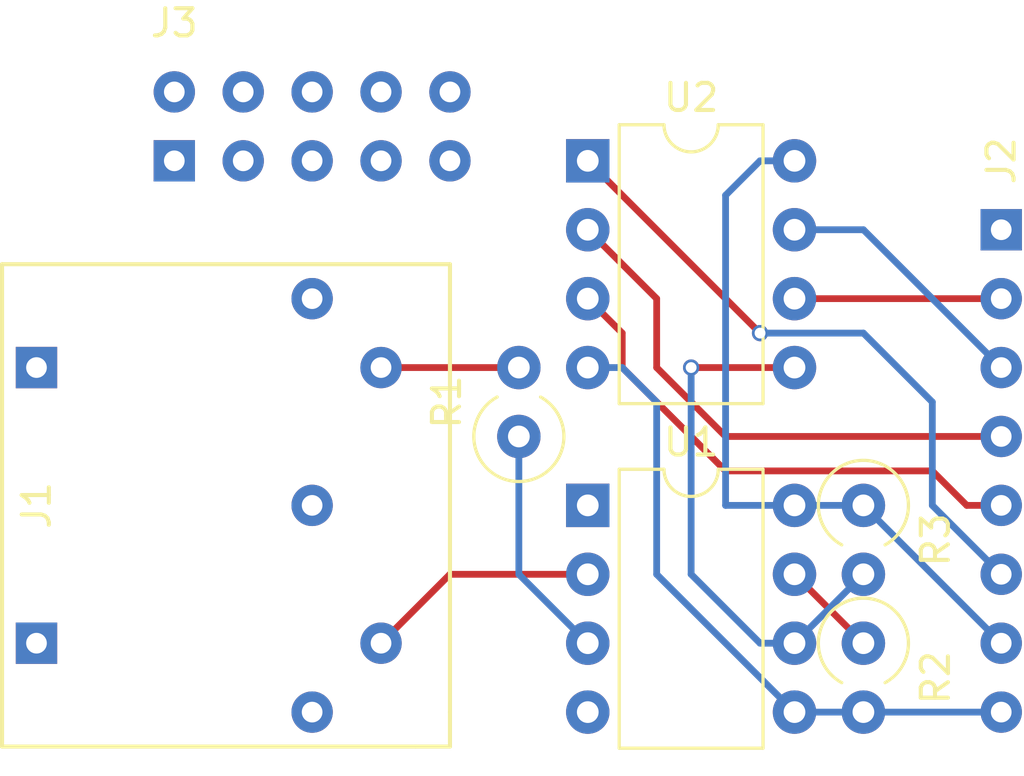
<source format=kicad_pcb>
(kicad_pcb (version 4) (host pcbnew 4.0.7)

  (general
    (links 23)
    (no_connects 6)
    (area 12.7 34.29 57.15 64.77)
    (thickness 1.6)
    (drawings 0)
    (tracks 43)
    (zones 0)
    (modules 8)
    (nets 23)
  )

  (page A4)
  (layers
    (0 F.Cu signal)
    (31 B.Cu signal)
    (32 B.Adhes user)
    (33 F.Adhes user)
    (34 B.Paste user)
    (35 F.Paste user)
    (36 B.SilkS user)
    (37 F.SilkS user)
    (38 B.Mask user)
    (39 F.Mask user)
    (40 Dwgs.User user)
    (41 Cmts.User user)
    (42 Eco1.User user)
    (43 Eco2.User user)
    (44 Edge.Cuts user)
    (45 Margin user)
    (46 B.CrtYd user)
    (47 F.CrtYd user)
    (48 B.Fab user)
    (49 F.Fab user)
  )

  (setup
    (last_trace_width 0.25)
    (trace_clearance 0.2)
    (zone_clearance 0.508)
    (zone_45_only no)
    (trace_min 0.2)
    (segment_width 0.2)
    (edge_width 0.1)
    (via_size 0.6)
    (via_drill 0.4)
    (via_min_size 0.4)
    (via_min_drill 0.3)
    (uvia_size 0.3)
    (uvia_drill 0.1)
    (uvias_allowed no)
    (uvia_min_size 0.2)
    (uvia_min_drill 0.1)
    (pcb_text_width 0.3)
    (pcb_text_size 1.5 1.5)
    (mod_edge_width 0.15)
    (mod_text_size 1 1)
    (mod_text_width 0.15)
    (pad_size 1.5 1.5)
    (pad_drill 0.6)
    (pad_to_mask_clearance 0)
    (aux_axis_origin 0 0)
    (visible_elements FFFFFF7F)
    (pcbplotparams
      (layerselection 0x00030_80000001)
      (usegerberextensions false)
      (excludeedgelayer true)
      (linewidth 0.100000)
      (plotframeref false)
      (viasonmask false)
      (mode 1)
      (useauxorigin false)
      (hpglpennumber 1)
      (hpglpenspeed 20)
      (hpglpendiameter 15)
      (hpglpenoverlay 2)
      (psnegative false)
      (psa4output false)
      (plotreference true)
      (plotvalue true)
      (plotinvisibletext false)
      (padsonsilk false)
      (subtractmaskfromsilk false)
      (outputformat 1)
      (mirror false)
      (drillshape 1)
      (scaleselection 1)
      (outputdirectory ""))
  )

  (net 0 "")
  (net 1 "Net-(J1-Pad2)")
  (net 2 "Net-(J1-Pad4)")
  (net 3 "Net-(J1-Pad1)")
  (net 4 "Net-(J1-Pad5)")
  (net 5 "Net-(J1-Pad3)")
  (net 6 "Net-(J2-Pad1)")
  (net 7 MISO)
  (net 8 SCK)
  (net 9 TRIG3)
  (net 10 TRIG4)
  (net 11 RST)
  (net 12 +5V)
  (net 13 GND)
  (net 14 MOSI)
  (net 15 "Net-(J3-Pad4)")
  (net 16 "Net-(J3-Pad3)")
  (net 17 "Net-(J3-Pad6)")
  (net 18 "Net-(J3-Pad8)")
  (net 19 "Net-(R1-Pad1)")
  (net 20 "Net-(R2-Pad1)")
  (net 21 "Net-(U1-Pad1)")
  (net 22 "Net-(U1-Pad4)")

  (net_class Default "This is the default net class."
    (clearance 0.2)
    (trace_width 0.25)
    (via_dia 0.6)
    (via_drill 0.4)
    (uvia_dia 0.3)
    (uvia_drill 0.1)
    (add_net +5V)
    (add_net GND)
    (add_net MISO)
    (add_net MOSI)
    (add_net "Net-(J1-Pad1)")
    (add_net "Net-(J1-Pad2)")
    (add_net "Net-(J1-Pad3)")
    (add_net "Net-(J1-Pad4)")
    (add_net "Net-(J1-Pad5)")
    (add_net "Net-(J2-Pad1)")
    (add_net "Net-(J3-Pad3)")
    (add_net "Net-(J3-Pad4)")
    (add_net "Net-(J3-Pad6)")
    (add_net "Net-(J3-Pad8)")
    (add_net "Net-(R1-Pad1)")
    (add_net "Net-(R2-Pad1)")
    (add_net "Net-(U1-Pad1)")
    (add_net "Net-(U1-Pad4)")
    (add_net RST)
    (add_net SCK)
    (add_net TRIG3)
    (add_net TRIG4)
  )

  (module Aleh:PROTO_MIDI (layer F.Cu) (tedit 5AE5B8D3) (tstamp 5AE5B2A5)
    (at 17.78 53.34 270)
    (path /5AD1DAB8)
    (fp_text reference J1 (at 0 0 270) (layer F.SilkS)
      (effects (font (size 1 1) (thickness 0.15)))
    )
    (fp_text value "MIDI IN" (at 0 -6.35 270) (layer F.Fab)
      (effects (font (size 1 1) (thickness 0.15)))
    )
    (fp_line (start 8.89 -13.97) (end 8.89 -15.24) (layer F.SilkS) (width 0.15))
    (fp_line (start 8.89 -15.24) (end 7.62 -15.24) (layer F.SilkS) (width 0.15))
    (fp_line (start 8.89 -13.97) (end 8.89 1.27) (layer F.SilkS) (width 0.15))
    (fp_line (start 8.89 1.27) (end -8.89 1.27) (layer F.SilkS) (width 0.15))
    (fp_line (start -8.89 1.27) (end -8.89 -15.24) (layer F.SilkS) (width 0.15))
    (fp_line (start -8.89 -15.24) (end 7.62 -15.24) (layer F.SilkS) (width 0.15))
    (pad "" thru_hole rect (at -5.08 0 270) (size 1.524 1.524) (drill 0.762) (layers *.Cu *.Mask))
    (pad "" thru_hole rect (at 5.08 0 270) (size 1.524 1.524) (drill 0.762) (layers *.Cu *.Mask))
    (pad 2 thru_hole circle (at 0 -10.16 270) (size 1.524 1.524) (drill 0.762) (layers *.Cu *.Mask)
      (net 1 "Net-(J1-Pad2)"))
    (pad 4 thru_hole circle (at 5.08 -12.7 270) (size 1.524 1.524) (drill 0.762) (layers *.Cu *.Mask)
      (net 2 "Net-(J1-Pad4)"))
    (pad 1 thru_hole circle (at 7.62 -10.16 270) (size 1.524 1.524) (drill 0.762) (layers *.Cu *.Mask)
      (net 3 "Net-(J1-Pad1)"))
    (pad 5 thru_hole circle (at -5.08 -12.7 270) (size 1.524 1.524) (drill 0.762) (layers *.Cu *.Mask)
      (net 4 "Net-(J1-Pad5)"))
    (pad 3 thru_hole circle (at -7.62 -10.16 270) (size 1.524 1.524) (drill 0.762) (layers *.Cu *.Mask)
      (net 5 "Net-(J1-Pad3)"))
  )

  (module Aleh:PROTO_8 (layer F.Cu) (tedit 5AE5B8CF) (tstamp 5AE5B2B1)
    (at 53.34 43.18 270)
    (path /5AD31C77)
    (fp_text reference J2 (at -2.54 0 270) (layer F.SilkS)
      (effects (font (size 1 1) (thickness 0.15)))
    )
    (fp_text value OUTPUTS (at 2.54 2.54 270) (layer F.Fab)
      (effects (font (size 1 1) (thickness 0.15)))
    )
    (pad 1 thru_hole rect (at 0 0 270) (size 1.524 1.524) (drill 0.762) (layers *.Cu *.Mask)
      (net 6 "Net-(J2-Pad1)"))
    (pad 2 thru_hole circle (at 2.54 0 270) (size 1.524 1.524) (drill 0.762) (layers *.Cu *.Mask)
      (net 7 MISO))
    (pad 3 thru_hole circle (at 5.08 0 270) (size 1.524 1.524) (drill 0.762) (layers *.Cu *.Mask)
      (net 8 SCK))
    (pad 4 thru_hole circle (at 7.62 0 270) (size 1.524 1.524) (drill 0.762) (layers *.Cu *.Mask)
      (net 9 TRIG3))
    (pad 5 thru_hole circle (at 10.16 0 270) (size 1.524 1.524) (drill 0.762) (layers *.Cu *.Mask)
      (net 10 TRIG4))
    (pad 6 thru_hole circle (at 12.7 0 270) (size 1.524 1.524) (drill 0.762) (layers *.Cu *.Mask)
      (net 11 RST))
    (pad 7 thru_hole circle (at 15.24 0 270) (size 1.524 1.524) (drill 0.762) (layers *.Cu *.Mask)
      (net 12 +5V))
    (pad 8 thru_hole circle (at 17.78 0 270) (size 1.524 1.524) (drill 0.762) (layers *.Cu *.Mask)
      (net 13 GND))
  )

  (module Aleh:PROTO_2x5 (layer F.Cu) (tedit 5AE5B8DD) (tstamp 5AE5B2BF)
    (at 22.86 38.1)
    (path /5AD1E8DA)
    (fp_text reference J3 (at 0 -2.54) (layer F.SilkS)
      (effects (font (size 1 1) (thickness 0.15)))
    )
    (fp_text value ISP (at 0 5.08) (layer F.Fab)
      (effects (font (size 1 1) (thickness 0.15)))
    )
    (pad 2 thru_hole circle (at 0 0) (size 1.524 1.524) (drill 0.762) (layers *.Cu *.Mask)
      (net 12 +5V))
    (pad 1 thru_hole rect (at 0 2.54) (size 1.524 1.524) (drill 0.762) (layers *.Cu *.Mask)
      (net 14 MOSI))
    (pad 4 thru_hole circle (at 2.54 0) (size 1.524 1.524) (drill 0.762) (layers *.Cu *.Mask)
      (net 15 "Net-(J3-Pad4)"))
    (pad 3 thru_hole circle (at 2.54 2.54) (size 1.524 1.524) (drill 0.762) (layers *.Cu *.Mask)
      (net 16 "Net-(J3-Pad3)"))
    (pad 6 thru_hole circle (at 5.08 0) (size 1.524 1.524) (drill 0.762) (layers *.Cu *.Mask)
      (net 17 "Net-(J3-Pad6)"))
    (pad 5 thru_hole circle (at 5.08 2.54) (size 1.524 1.524) (drill 0.762) (layers *.Cu *.Mask)
      (net 11 RST))
    (pad 8 thru_hole circle (at 7.62 0) (size 1.524 1.524) (drill 0.762) (layers *.Cu *.Mask)
      (net 18 "Net-(J3-Pad8)"))
    (pad 7 thru_hole circle (at 7.62 2.54) (size 1.524 1.524) (drill 0.762) (layers *.Cu *.Mask)
      (net 8 SCK))
    (pad 10 thru_hole circle (at 10.16 0) (size 1.524 1.524) (drill 0.762) (layers *.Cu *.Mask)
      (net 13 GND))
    (pad 9 thru_hole circle (at 10.16 2.54) (size 1.524 1.524) (drill 0.762) (layers *.Cu *.Mask)
      (net 7 MISO))
  )

  (module Resistors_THT:R_Axial_DIN0309_L9.0mm_D3.2mm_P2.54mm_Vertical (layer F.Cu) (tedit 5AE5B8AC) (tstamp 5AE5B2CC)
    (at 35.56 50.8 90)
    (descr "Resistor, Axial_DIN0309 series, Axial, Vertical, pin pitch=2.54mm, 0.5W = 1/2W, length*diameter=9*3.2mm^2, http://cdn-reichelt.de/documents/datenblatt/B400/1_4W%23YAG.pdf")
    (tags "Resistor Axial_DIN0309 series Axial Vertical pin pitch 2.54mm 0.5W = 1/2W length 9mm diameter 3.2mm")
    (path /5AD1E16C)
    (fp_text reference R1 (at 1.27 -2.66 90) (layer F.SilkS)
      (effects (font (size 1 1) (thickness 0.15)))
    )
    (fp_text value 200 (at -1.27 -2.54 90) (layer F.Fab)
      (effects (font (size 1 1) (thickness 0.15)))
    )
    (fp_arc (start 0 0) (end 1.45451 -0.8) (angle -302.4) (layer F.SilkS) (width 0.12))
    (fp_circle (center 0 0) (end 1.6 0) (layer F.Fab) (width 0.1))
    (fp_line (start 0 0) (end 2.54 0) (layer F.Fab) (width 0.1))
    (fp_line (start -1.95 -1.95) (end -1.95 1.95) (layer F.CrtYd) (width 0.05))
    (fp_line (start -1.95 1.95) (end 3.65 1.95) (layer F.CrtYd) (width 0.05))
    (fp_line (start 3.65 1.95) (end 3.65 -1.95) (layer F.CrtYd) (width 0.05))
    (fp_line (start 3.65 -1.95) (end -1.95 -1.95) (layer F.CrtYd) (width 0.05))
    (pad 1 thru_hole circle (at 0 0 90) (size 1.6 1.6) (drill 0.8) (layers *.Cu *.Mask)
      (net 19 "Net-(R1-Pad1)"))
    (pad 2 thru_hole oval (at 2.54 0 90) (size 1.6 1.6) (drill 0.8) (layers *.Cu *.Mask)
      (net 4 "Net-(J1-Pad5)"))
    (model ${KISYS3DMOD}/Resistors_THT.3dshapes/R_Axial_DIN0309_L9.0mm_D3.2mm_P2.54mm_Vertical.wrl
      (at (xyz 0 0 0))
      (scale (xyz 0.393701 0.393701 0.393701))
      (rotate (xyz 0 0 0))
    )
  )

  (module Resistors_THT:R_Axial_DIN0309_L9.0mm_D3.2mm_P2.54mm_Vertical (layer F.Cu) (tedit 5AE5B8AF) (tstamp 5AE5B2D9)
    (at 48.26 58.42 270)
    (descr "Resistor, Axial_DIN0309 series, Axial, Vertical, pin pitch=2.54mm, 0.5W = 1/2W, length*diameter=9*3.2mm^2, http://cdn-reichelt.de/documents/datenblatt/B400/1_4W%23YAG.pdf")
    (tags "Resistor Axial_DIN0309 series Axial Vertical pin pitch 2.54mm 0.5W = 1/2W length 9mm diameter 3.2mm")
    (path /5AD1E3A1)
    (fp_text reference R2 (at 1.27 -2.66 270) (layer F.SilkS)
      (effects (font (size 1 1) (thickness 0.15)))
    )
    (fp_text value 1K (at 3.81 -2.54 270) (layer F.Fab)
      (effects (font (size 1 1) (thickness 0.15)))
    )
    (fp_arc (start 0 0) (end 1.45451 -0.8) (angle -302.4) (layer F.SilkS) (width 0.12))
    (fp_circle (center 0 0) (end 1.6 0) (layer F.Fab) (width 0.1))
    (fp_line (start 0 0) (end 2.54 0) (layer F.Fab) (width 0.1))
    (fp_line (start -1.95 -1.95) (end -1.95 1.95) (layer F.CrtYd) (width 0.05))
    (fp_line (start -1.95 1.95) (end 3.65 1.95) (layer F.CrtYd) (width 0.05))
    (fp_line (start 3.65 1.95) (end 3.65 -1.95) (layer F.CrtYd) (width 0.05))
    (fp_line (start 3.65 -1.95) (end -1.95 -1.95) (layer F.CrtYd) (width 0.05))
    (pad 1 thru_hole circle (at 0 0 270) (size 1.6 1.6) (drill 0.8) (layers *.Cu *.Mask)
      (net 20 "Net-(R2-Pad1)"))
    (pad 2 thru_hole oval (at 2.54 0 270) (size 1.6 1.6) (drill 0.8) (layers *.Cu *.Mask)
      (net 13 GND))
    (model ${KISYS3DMOD}/Resistors_THT.3dshapes/R_Axial_DIN0309_L9.0mm_D3.2mm_P2.54mm_Vertical.wrl
      (at (xyz 0 0 0))
      (scale (xyz 0.393701 0.393701 0.393701))
      (rotate (xyz 0 0 0))
    )
  )

  (module Resistors_THT:R_Axial_DIN0309_L9.0mm_D3.2mm_P2.54mm_Vertical (layer F.Cu) (tedit 5AE5B8B2) (tstamp 5AE5B2E6)
    (at 48.26 53.34 270)
    (descr "Resistor, Axial_DIN0309 series, Axial, Vertical, pin pitch=2.54mm, 0.5W = 1/2W, length*diameter=9*3.2mm^2, http://cdn-reichelt.de/documents/datenblatt/B400/1_4W%23YAG.pdf")
    (tags "Resistor Axial_DIN0309 series Axial Vertical pin pitch 2.54mm 0.5W = 1/2W length 9mm diameter 3.2mm")
    (path /5AD1E58C)
    (fp_text reference R3 (at 1.27 -2.66 270) (layer F.SilkS)
      (effects (font (size 1 1) (thickness 0.15)))
    )
    (fp_text value 5K1 (at -1.27 -2.54 270) (layer F.Fab)
      (effects (font (size 1 1) (thickness 0.15)))
    )
    (fp_arc (start 0 0) (end 1.45451 -0.8) (angle -302.4) (layer F.SilkS) (width 0.12))
    (fp_circle (center 0 0) (end 1.6 0) (layer F.Fab) (width 0.1))
    (fp_line (start 0 0) (end 2.54 0) (layer F.Fab) (width 0.1))
    (fp_line (start -1.95 -1.95) (end -1.95 1.95) (layer F.CrtYd) (width 0.05))
    (fp_line (start -1.95 1.95) (end 3.65 1.95) (layer F.CrtYd) (width 0.05))
    (fp_line (start 3.65 1.95) (end 3.65 -1.95) (layer F.CrtYd) (width 0.05))
    (fp_line (start 3.65 -1.95) (end -1.95 -1.95) (layer F.CrtYd) (width 0.05))
    (pad 1 thru_hole circle (at 0 0 270) (size 1.6 1.6) (drill 0.8) (layers *.Cu *.Mask)
      (net 12 +5V))
    (pad 2 thru_hole oval (at 2.54 0 270) (size 1.6 1.6) (drill 0.8) (layers *.Cu *.Mask)
      (net 14 MOSI))
    (model ${KISYS3DMOD}/Resistors_THT.3dshapes/R_Axial_DIN0309_L9.0mm_D3.2mm_P2.54mm_Vertical.wrl
      (at (xyz 0 0 0))
      (scale (xyz 0.393701 0.393701 0.393701))
      (rotate (xyz 0 0 0))
    )
  )

  (module Housings_DIP:DIP-8_W7.62mm (layer F.Cu) (tedit 5AE5B8BC) (tstamp 5AE5B302)
    (at 38.1 53.34)
    (descr "8-lead though-hole mounted DIP package, row spacing 7.62 mm (300 mils)")
    (tags "THT DIP DIL PDIP 2.54mm 7.62mm 300mil")
    (path /5AD1DC43)
    (fp_text reference U1 (at 3.81 -2.33) (layer F.SilkS)
      (effects (font (size 1 1) (thickness 0.15)))
    )
    (fp_text value 6N138 (at 3.81 6.35) (layer F.Fab)
      (effects (font (size 1 1) (thickness 0.15)))
    )
    (fp_arc (start 3.81 -1.33) (end 2.81 -1.33) (angle -180) (layer F.SilkS) (width 0.12))
    (fp_line (start 1.635 -1.27) (end 6.985 -1.27) (layer F.Fab) (width 0.1))
    (fp_line (start 6.985 -1.27) (end 6.985 8.89) (layer F.Fab) (width 0.1))
    (fp_line (start 6.985 8.89) (end 0.635 8.89) (layer F.Fab) (width 0.1))
    (fp_line (start 0.635 8.89) (end 0.635 -0.27) (layer F.Fab) (width 0.1))
    (fp_line (start 0.635 -0.27) (end 1.635 -1.27) (layer F.Fab) (width 0.1))
    (fp_line (start 2.81 -1.33) (end 1.16 -1.33) (layer F.SilkS) (width 0.12))
    (fp_line (start 1.16 -1.33) (end 1.16 8.95) (layer F.SilkS) (width 0.12))
    (fp_line (start 1.16 8.95) (end 6.46 8.95) (layer F.SilkS) (width 0.12))
    (fp_line (start 6.46 8.95) (end 6.46 -1.33) (layer F.SilkS) (width 0.12))
    (fp_line (start 6.46 -1.33) (end 4.81 -1.33) (layer F.SilkS) (width 0.12))
    (fp_line (start -1.1 -1.55) (end -1.1 9.15) (layer F.CrtYd) (width 0.05))
    (fp_line (start -1.1 9.15) (end 8.7 9.15) (layer F.CrtYd) (width 0.05))
    (fp_line (start 8.7 9.15) (end 8.7 -1.55) (layer F.CrtYd) (width 0.05))
    (fp_line (start 8.7 -1.55) (end -1.1 -1.55) (layer F.CrtYd) (width 0.05))
    (fp_text user %R (at 3.81 3.81) (layer F.Fab)
      (effects (font (size 1 1) (thickness 0.15)))
    )
    (pad 1 thru_hole rect (at 0 0) (size 1.6 1.6) (drill 0.8) (layers *.Cu *.Mask)
      (net 21 "Net-(U1-Pad1)"))
    (pad 5 thru_hole oval (at 7.62 7.62) (size 1.6 1.6) (drill 0.8) (layers *.Cu *.Mask)
      (net 13 GND))
    (pad 2 thru_hole oval (at 0 2.54) (size 1.6 1.6) (drill 0.8) (layers *.Cu *.Mask)
      (net 2 "Net-(J1-Pad4)"))
    (pad 6 thru_hole oval (at 7.62 5.08) (size 1.6 1.6) (drill 0.8) (layers *.Cu *.Mask)
      (net 14 MOSI))
    (pad 3 thru_hole oval (at 0 5.08) (size 1.6 1.6) (drill 0.8) (layers *.Cu *.Mask)
      (net 19 "Net-(R1-Pad1)"))
    (pad 7 thru_hole oval (at 7.62 2.54) (size 1.6 1.6) (drill 0.8) (layers *.Cu *.Mask)
      (net 20 "Net-(R2-Pad1)"))
    (pad 4 thru_hole oval (at 0 7.62) (size 1.6 1.6) (drill 0.8) (layers *.Cu *.Mask)
      (net 22 "Net-(U1-Pad4)"))
    (pad 8 thru_hole oval (at 7.62 0) (size 1.6 1.6) (drill 0.8) (layers *.Cu *.Mask)
      (net 12 +5V))
    (model ${KISYS3DMOD}/Housings_DIP.3dshapes/DIP-8_W7.62mm.wrl
      (at (xyz 0 0 0))
      (scale (xyz 1 1 1))
      (rotate (xyz 0 0 0))
    )
  )

  (module Housings_DIP:DIP-8_W7.62mm (layer F.Cu) (tedit 5AE5B8B7) (tstamp 5AE5B31E)
    (at 38.1 40.64)
    (descr "8-lead though-hole mounted DIP package, row spacing 7.62 mm (300 mils)")
    (tags "THT DIP DIL PDIP 2.54mm 7.62mm 300mil")
    (path /5AD1DFF7)
    (fp_text reference U2 (at 3.81 -2.33) (layer F.SilkS)
      (effects (font (size 1 1) (thickness 0.15)))
    )
    (fp_text value ATtiny85 (at 3.81 6.35) (layer F.Fab)
      (effects (font (size 1 1) (thickness 0.15)))
    )
    (fp_arc (start 3.81 -1.33) (end 2.81 -1.33) (angle -180) (layer F.SilkS) (width 0.12))
    (fp_line (start 1.635 -1.27) (end 6.985 -1.27) (layer F.Fab) (width 0.1))
    (fp_line (start 6.985 -1.27) (end 6.985 8.89) (layer F.Fab) (width 0.1))
    (fp_line (start 6.985 8.89) (end 0.635 8.89) (layer F.Fab) (width 0.1))
    (fp_line (start 0.635 8.89) (end 0.635 -0.27) (layer F.Fab) (width 0.1))
    (fp_line (start 0.635 -0.27) (end 1.635 -1.27) (layer F.Fab) (width 0.1))
    (fp_line (start 2.81 -1.33) (end 1.16 -1.33) (layer F.SilkS) (width 0.12))
    (fp_line (start 1.16 -1.33) (end 1.16 8.95) (layer F.SilkS) (width 0.12))
    (fp_line (start 1.16 8.95) (end 6.46 8.95) (layer F.SilkS) (width 0.12))
    (fp_line (start 6.46 8.95) (end 6.46 -1.33) (layer F.SilkS) (width 0.12))
    (fp_line (start 6.46 -1.33) (end 4.81 -1.33) (layer F.SilkS) (width 0.12))
    (fp_line (start -1.1 -1.55) (end -1.1 9.15) (layer F.CrtYd) (width 0.05))
    (fp_line (start -1.1 9.15) (end 8.7 9.15) (layer F.CrtYd) (width 0.05))
    (fp_line (start 8.7 9.15) (end 8.7 -1.55) (layer F.CrtYd) (width 0.05))
    (fp_line (start 8.7 -1.55) (end -1.1 -1.55) (layer F.CrtYd) (width 0.05))
    (fp_text user %R (at 3.81 3.81) (layer F.Fab)
      (effects (font (size 1 1) (thickness 0.15)))
    )
    (pad 1 thru_hole rect (at 0 0) (size 1.6 1.6) (drill 0.8) (layers *.Cu *.Mask)
      (net 11 RST))
    (pad 5 thru_hole oval (at 7.62 7.62) (size 1.6 1.6) (drill 0.8) (layers *.Cu *.Mask)
      (net 14 MOSI))
    (pad 2 thru_hole oval (at 0 2.54) (size 1.6 1.6) (drill 0.8) (layers *.Cu *.Mask)
      (net 9 TRIG3))
    (pad 6 thru_hole oval (at 7.62 5.08) (size 1.6 1.6) (drill 0.8) (layers *.Cu *.Mask)
      (net 7 MISO))
    (pad 3 thru_hole oval (at 0 5.08) (size 1.6 1.6) (drill 0.8) (layers *.Cu *.Mask)
      (net 10 TRIG4))
    (pad 7 thru_hole oval (at 7.62 2.54) (size 1.6 1.6) (drill 0.8) (layers *.Cu *.Mask)
      (net 8 SCK))
    (pad 4 thru_hole oval (at 0 7.62) (size 1.6 1.6) (drill 0.8) (layers *.Cu *.Mask)
      (net 13 GND))
    (pad 8 thru_hole oval (at 7.62 0) (size 1.6 1.6) (drill 0.8) (layers *.Cu *.Mask)
      (net 12 +5V))
    (model ${KISYS3DMOD}/Housings_DIP.3dshapes/DIP-8_W7.62mm.wrl
      (at (xyz 0 0 0))
      (scale (xyz 1 1 1))
      (rotate (xyz 0 0 0))
    )
  )

  (segment (start 38.1 55.88) (end 33.02 55.88) (width 0.25) (layer F.Cu) (net 2) (status 10))
  (segment (start 33.02 55.88) (end 30.48 58.42) (width 0.25) (layer F.Cu) (net 2) (tstamp 5AE5B844))
  (segment (start 30.48 48.26) (end 35.56 48.26) (width 0.25) (layer F.Cu) (net 4))
  (segment (start 53.34 45.72) (end 45.72 45.72) (width 0.25) (layer F.Cu) (net 7))
  (segment (start 45.72 43.18) (end 48.26 43.18) (width 0.25) (layer B.Cu) (net 8))
  (segment (start 48.26 43.18) (end 53.34 48.26) (width 0.25) (layer B.Cu) (net 8) (tstamp 5AE5B86E))
  (segment (start 53.34 50.8) (end 43.18 50.8) (width 0.25) (layer F.Cu) (net 9))
  (segment (start 40.64 45.72) (end 38.1 43.18) (width 0.25) (layer F.Cu) (net 9) (tstamp 5AE5B879))
  (segment (start 40.64 48.26) (end 40.64 45.72) (width 0.25) (layer F.Cu) (net 9) (tstamp 5AE5B877))
  (segment (start 43.18 50.8) (end 40.64 48.26) (width 0.25) (layer F.Cu) (net 9) (tstamp 5AE5B875))
  (segment (start 53.34 53.34) (end 52.07 53.34) (width 0.25) (layer F.Cu) (net 10))
  (segment (start 39.37 46.99) (end 38.1 45.72) (width 0.25) (layer F.Cu) (net 10) (tstamp 5AE5B88B))
  (segment (start 39.37 48.26) (end 39.37 46.99) (width 0.25) (layer F.Cu) (net 10) (tstamp 5AE5B88A))
  (segment (start 43.18 52.07) (end 39.37 48.26) (width 0.25) (layer F.Cu) (net 10) (tstamp 5AE5B888))
  (segment (start 50.8 52.07) (end 43.18 52.07) (width 0.25) (layer F.Cu) (net 10) (tstamp 5AE5B886))
  (segment (start 52.07 53.34) (end 50.8 52.07) (width 0.25) (layer F.Cu) (net 10) (tstamp 5AE5B884))
  (segment (start 53.34 55.88) (end 50.8 53.34) (width 0.25) (layer B.Cu) (net 11))
  (segment (start 44.45 46.99) (end 38.1 40.64) (width 0.25) (layer F.Cu) (net 11) (tstamp 5AE5B89E))
  (via (at 44.45 46.99) (size 0.6) (drill 0.4) (layers F.Cu B.Cu) (net 11))
  (segment (start 48.26 46.99) (end 44.45 46.99) (width 0.25) (layer B.Cu) (net 11) (tstamp 5AE5B89B))
  (segment (start 50.8 49.53) (end 48.26 46.99) (width 0.25) (layer B.Cu) (net 11) (tstamp 5AE5B899))
  (segment (start 50.8 53.34) (end 50.8 49.53) (width 0.25) (layer B.Cu) (net 11) (tstamp 5AE5B898))
  (segment (start 45.72 53.34) (end 43.18 53.34) (width 0.25) (layer B.Cu) (net 12) (status 10))
  (segment (start 44.45 40.64) (end 45.72 40.64) (width 0.25) (layer B.Cu) (net 12) (tstamp 5AE5B86A))
  (segment (start 43.18 41.91) (end 44.45 40.64) (width 0.25) (layer B.Cu) (net 12) (tstamp 5AE5B869))
  (segment (start 43.18 53.34) (end 43.18 41.91) (width 0.25) (layer B.Cu) (net 12) (tstamp 5AE5B868))
  (segment (start 53.34 58.42) (end 48.26 53.34) (width 0.25) (layer B.Cu) (net 12))
  (segment (start 45.72 53.34) (end 48.26 53.34) (width 0.25) (layer B.Cu) (net 12) (status 10))
  (segment (start 38.1 48.26) (end 39.37 48.26) (width 0.25) (layer B.Cu) (net 13))
  (segment (start 40.64 55.88) (end 45.72 60.96) (width 0.25) (layer B.Cu) (net 13) (tstamp 5AE5B85C) (status 20))
  (segment (start 40.64 49.53) (end 40.64 55.88) (width 0.25) (layer B.Cu) (net 13) (tstamp 5AE5B85A))
  (segment (start 39.37 48.26) (end 40.64 49.53) (width 0.25) (layer B.Cu) (net 13) (tstamp 5AE5B859))
  (segment (start 45.72 60.96) (end 48.26 60.96) (width 0.25) (layer B.Cu) (net 13) (status 10))
  (segment (start 53.34 60.96) (end 48.26 60.96) (width 0.25) (layer B.Cu) (net 13))
  (segment (start 45.72 48.26) (end 41.91 48.26) (width 0.25) (layer F.Cu) (net 14))
  (segment (start 44.45 58.42) (end 45.72 58.42) (width 0.25) (layer B.Cu) (net 14) (tstamp 5AE5B894) (status 20))
  (segment (start 41.91 55.88) (end 44.45 58.42) (width 0.25) (layer B.Cu) (net 14) (tstamp 5AE5B893))
  (segment (start 41.91 48.26) (end 41.91 55.88) (width 0.25) (layer B.Cu) (net 14) (tstamp 5AE5B892))
  (via (at 41.91 48.26) (size 0.6) (drill 0.4) (layers F.Cu B.Cu) (net 14))
  (segment (start 48.26 55.88) (end 45.72 58.42) (width 0.25) (layer B.Cu) (net 14) (status 20))
  (segment (start 35.56 50.8) (end 35.56 55.88) (width 0.25) (layer B.Cu) (net 19))
  (segment (start 35.56 55.88) (end 38.1 58.42) (width 0.25) (layer B.Cu) (net 19) (tstamp 5AE5B84A) (status 20))
  (segment (start 48.26 58.42) (end 45.72 55.88) (width 0.25) (layer F.Cu) (net 20) (status 20))

)

</source>
